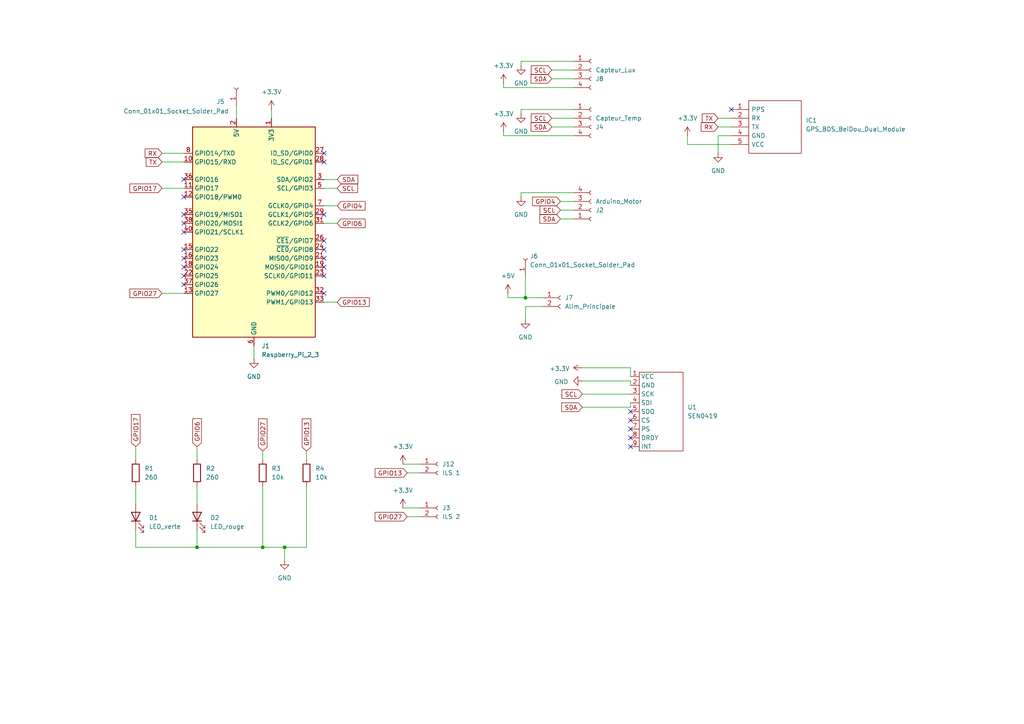
<source format=kicad_sch>
(kicad_sch (version 20231120) (generator "eeschema") (generator_version "8.0")
  (paper "A4")
  (lib_symbols
    (symbol "Conn_01x02_Socket_5v_IN_1" (pin_names (offset 1.016) hide)
      (property "Reference" "J7" (at 1.27 0.0001 0))
      (property "Value" "Conn_01x02_Socket_5v_IN" (at 1.27 -2.5399 0))
      (symbol "Conn_01x02_Socket_5v_IN_1_1_1"
        (arc (start 0 -2.032) (mid -0.5058 -2.54) (end 0 -3.048) (stroke (width 0.1524)))
        (polyline (pts (xy -1.27 -2.54) (xy -0.508 -2.54)) (stroke (width 0.1524)))
        (polyline (pts (xy -1.27 0) (xy -0.508 0)) (stroke (width 0.1524)))
        (arc (start 0 0.508) (mid -0.5058 0) (end 0 -0.508) (stroke (width 0.1524)))
        (pin passive line (at -5.08 0 0) (length 3.81) (name "Pin_1") (number "1"))
        (pin power_out line (at -5.08 -2.54 0) (length 3.81) (name "Pin_2") (number "2"))
      )
    )
    (symbol "Conn_01x04_Socket_1" (pin_names (offset 1.016) hide)
      (property "Reference" "J4" (at 1.27 0.0001 0))
      (property "Value" "Capteur_Temp" (at 1.27 -2.5399 0))
      (symbol "Conn_01x04_Socket_1_1_1"
        (arc (start 0 -4.572) (mid -0.5058 -5.08) (end 0 -5.588) (stroke (width 0.1524)))
        (arc (start 0 -2.032) (mid -0.5058 -2.54) (end 0 -3.048) (stroke (width 0.1524)))
        (polyline (pts (xy -1.27 -5.08) (xy -0.508 -5.08)) (stroke (width 0.1524)))
        (polyline (pts (xy -1.27 -2.54) (xy -0.508 -2.54)) (stroke (width 0.1524)))
        (polyline (pts (xy -1.27 0) (xy -0.508 0)) (stroke (width 0.1524)))
        (polyline (pts (xy -1.27 2.54) (xy -0.508 2.54)) (stroke (width 0.1524)))
        (arc (start 0 0.508) (mid -0.5058 0) (end 0 -0.508) (stroke (width 0.1524)))
        (arc (start 0 3.048) (mid -0.5058 2.54) (end 0 2.032) (stroke (width 0.1524)))
        (pin passive line (at -5.08 -5.08 0) (length 3.81) (name "Pin_1") (number "1"))
        (pin passive line (at -5.08 -2.54 0) (length 3.81) (name "Pin_2") (number "2"))
        (pin passive line (at -5.08 0 0) (length 3.81) (name "Pin_3") (number "3"))
        (pin passive line (at -5.08 2.54 0) (length 3.81) (name "Pin_4") (number "4"))
      )
    )
    (symbol "Connector:Conn_01x04_Socket" (pin_names (offset 1.016) hide)
      (property "Reference" "J" (at 0 5.08 0))
      (property "Value" "Conn_01x04_Socket" (at 0 -7.62 0))
      (symbol "Conn_01x04_Socket_1_1"
        (arc (start 0 -4.572) (mid -0.5058 -5.08) (end 0 -5.588) (stroke (width 0.1524)))
        (arc (start 0 -2.032) (mid -0.5058 -2.54) (end 0 -3.048) (stroke (width 0.1524)))
        (polyline (pts (xy -1.27 -5.08) (xy -0.508 -5.08)) (stroke (width 0.1524)))
        (polyline (pts (xy -1.27 -2.54) (xy -0.508 -2.54)) (stroke (width 0.1524)))
        (polyline (pts (xy -1.27 0) (xy -0.508 0)) (stroke (width 0.1524)))
        (polyline (pts (xy -1.27 2.54) (xy -0.508 2.54)) (stroke (width 0.1524)))
        (arc (start 0 0.508) (mid -0.5058 0) (end 0 -0.508) (stroke (width 0.1524)))
        (arc (start 0 3.048) (mid -0.5058 2.54) (end 0 2.032) (stroke (width 0.1524)))
        (pin passive line (at -5.08 2.54 0) (length 3.81) (name "Pin_1") (number "1"))
        (pin passive line (at -5.08 0 0) (length 3.81) (name "Pin_2") (number "2"))
        (pin passive line (at -5.08 -2.54 0) (length 3.81) (name "Pin_3") (number "3"))
        (pin passive line (at -5.08 -5.08 0) (length 3.81) (name "Pin_4") (number "4"))
      )
    )
    (symbol "Connector:Raspberry_Pi_2_3"
      (property "Reference" "J1" (at 2.1941 -33.02 0))
      (property "Value" "Raspberry_Pi_2_3" (at 2.1941 -35.56 0))
      (symbol "Raspberry_Pi_2_3_0_1"
        (rectangle (start -17.78 30.48) (end 17.78 -30.48) (stroke (width 0.254)) (fill (type background)))
      )
      (symbol "Raspberry_Pi_2_3_1_1"
        (pin power_out line (at 5.08 33.02 270) (length 2.54) (name "3V3") (number "1"))
        (pin bidirectional line (at -20.32 20.32 0) (length 2.54) (name "GPIO15/RXD") (number "10"))
        (pin bidirectional line (at -20.32 12.7 0) (length 2.54) (name "GPIO17") (number "11"))
        (pin bidirectional line (at -20.32 10.16 0) (length 2.54) (name "GPIO18/PWM0") (number "12"))
        (pin bidirectional line (at -20.32 -17.78 0) (length 2.54) (name "GPIO27") (number "13"))
        (pin passive line (at 0 -33.02 90) (length 2.54) hide (name "GND") (number "14"))
        (pin bidirectional line (at -20.32 -5.08 0) (length 2.54) (name "GPIO22") (number "15"))
        (pin bidirectional line (at -20.32 -7.62 0) (length 2.54) (name "GPIO23") (number "16"))
        (pin passive line (at 5.08 33.02 270) (length 2.54) hide (name "3V3") (number "17"))
        (pin bidirectional line (at -20.32 -10.16 0) (length 2.54) (name "GPIO24") (number "18"))
        (pin bidirectional line (at 20.32 -10.16 180) (length 2.54) (name "MOSI0/GPIO10") (number "19"))
        (pin power_in line (at -5.08 33.02 270) (length 2.54) (name "5V") (number "2"))
        (pin passive line (at 0 -33.02 90) (length 2.54) hide (name "GND") (number "20"))
        (pin bidirectional line (at 20.32 -7.62 180) (length 2.54) (name "MISO0/GPIO9") (number "21"))
        (pin bidirectional line (at -20.32 -12.7 0) (length 2.54) (name "GPIO25") (number "22"))
        (pin bidirectional line (at 20.32 -12.7 180) (length 2.54) (name "SCLK0/GPIO11") (number "23"))
        (pin bidirectional line (at 20.32 -5.08 180) (length 2.54) (name "~{CE0}/GPIO8") (number "24"))
        (pin passive line (at 0 -33.02 90) (length 2.54) hide (name "GND") (number "25"))
        (pin bidirectional line (at 20.32 -2.54 180) (length 2.54) (name "~{CE1}/GPIO7") (number "26"))
        (pin bidirectional line (at 20.32 22.86 180) (length 2.54) (name "ID_SD/GPIO0") (number "27"))
        (pin bidirectional line (at 20.32 20.32 180) (length 2.54) (name "ID_SC/GPIO1") (number "28"))
        (pin bidirectional line (at 20.32 5.08 180) (length 2.54) (name "GCLK1/GPIO5") (number "29"))
        (pin bidirectional line (at 20.32 15.24 180) (length 2.54) (name "SDA/GPIO2") (number "3"))
        (pin passive line (at 0 -33.02 90) (length 2.54) hide (name "GND") (number "30"))
        (pin bidirectional line (at 20.32 2.54 180) (length 2.54) (name "GCLK2/GPIO6") (number "31"))
        (pin bidirectional line (at 20.32 -17.78 180) (length 2.54) (name "PWM0/GPIO12") (number "32"))
        (pin bidirectional line (at 20.32 -20.32 180) (length 2.54) (name "PWM1/GPIO13") (number "33"))
        (pin passive line (at 0 -33.02 90) (length 2.54) hide (name "GND") (number "34"))
        (pin bidirectional line (at -20.32 5.08 0) (length 2.54) (name "GPIO19/MISO1") (number "35"))
        (pin bidirectional line (at -20.32 15.24 0) (length 2.54) (name "GPIO16") (number "36"))
        (pin bidirectional line (at -20.32 -15.24 0) (length 2.54) (name "GPIO26") (number "37"))
        (pin bidirectional line (at -20.32 2.54 0) (length 2.54) (name "GPIO20/MOSI1") (number "38"))
        (pin passive line (at 0 -33.02 90) (length 2.54) hide (name "GND") (number "39"))
        (pin passive line (at -5.08 33.02 270) (length 2.54) hide (name "5V") (number "4"))
        (pin bidirectional line (at -20.32 0 0) (length 2.54) (name "GPIO21/SCLK1") (number "40"))
        (pin bidirectional line (at 20.32 12.7 180) (length 2.54) (name "SCL/GPIO3") (number "5"))
        (pin power_in line (at 0 -33.02 90) (length 2.54) (name "GND") (number "6"))
        (pin bidirectional line (at 20.32 7.62 180) (length 2.54) (name "GCLK0/GPIO4") (number "7"))
        (pin bidirectional line (at -20.32 22.86 0) (length 2.54) (name "GPIO14/TXD") (number "8"))
        (pin passive line (at 0 -33.02 90) (length 2.54) hide (name "GND") (number "9"))
      )
    )
    (symbol "Device:LED" (pin_numbers hide) (pin_names (offset 1.016) hide)
      (property "Reference" "D" (at 0 2.54 0))
      (property "Value" "LED" (at 0 -2.54 0))
      (symbol "LED_0_1"
        (polyline (pts (xy -1.27 -1.27) (xy -1.27 1.27)) (stroke (width 0.254)))
        (polyline (pts (xy -1.27 0) (xy 1.27 0)))
        (polyline (pts (xy 1.27 -1.27) (xy 1.27 1.27) (xy -1.27 0) (xy 1.27 -1.27)) (stroke (width 0.254)))
        (polyline (pts (xy -3.048 -0.762) (xy -4.572 -2.286) (xy -3.81 -2.286) (xy -4.572 -2.286) (xy -4.572 -1.524)))
        (polyline (pts (xy -1.778 -0.762) (xy -3.302 -2.286) (xy -2.54 -2.286) (xy -3.302 -2.286) (xy -3.302 -1.524)))
      )
      (symbol "LED_1_1"
        (pin passive line (at -3.81 0 0) (length 2.54) (name "K") (number "1"))
        (pin passive line (at 3.81 0 180) (length 2.54) (name "A") (number "2"))
      )
    )
    (symbol "Device:R" (pin_numbers hide) (pin_names (offset 0))
      (property "Reference" "R" (at 2.032 0 90))
      (property "Value" "R" (at 0 0 90))
      (symbol "R_0_1"
        (rectangle (start -1.016 -2.54) (end 1.016 2.54) (stroke (width 0.254)))
      )
      (symbol "R_1_1"
        (pin passive line (at 0 3.81 270) (length 1.27) (name "~") (number "1"))
        (pin passive line (at 0 -3.81 90) (length 1.27) (name "~") (number "2"))
      )
    )
    (symbol "Kosmos_4.0_motor:Conn_01x01_Socket_Solder_Pad" (pin_names (offset 1.016) hide)
      (property "Reference" "J" (at 0 2.54 0))
      (property "Value" "Conn_01x01_Socket_Solder_Pad" (at 0 -2.54 0))
      (symbol "Conn_01x01_Socket_Solder_Pad_1_1"
        (polyline (pts (xy -1.27 0) (xy -0.508 0)) (stroke (width 0.1524)))
        (arc (start 0 0.508) (mid -0.5058 0) (end 0 -0.508) (stroke (width 0.1524)))
        (pin power_out line (at -5.08 0 0) (length 3.81) (name "Pin_1") (number "1"))
      )
    )
    (symbol "Kosmos_4.0_motor:Conn_01x02_Socket_5v_IN" (pin_names (offset 1.016) hide)
      (property "Reference" "J3" (at 1.27 0.0001 0))
      (property "Value" "Conn_01x02_Socket_5v_IN" (at 1.27 -2.5399 0))
      (symbol "Conn_01x02_Socket_5v_IN_1_1"
        (arc (start 0 -2.032) (mid -0.5058 -2.54) (end 0 -3.048) (stroke (width 0.1524)))
        (polyline (pts (xy -1.27 -2.54) (xy -0.508 -2.54)) (stroke (width 0.1524)))
        (polyline (pts (xy -1.27 0) (xy -0.508 0)) (stroke (width 0.1524)))
        (arc (start 0 0.508) (mid -0.5058 0) (end 0 -0.508) (stroke (width 0.1524)))
        (pin passive line (at -5.08 0 0) (length 3.81) (name "Pin_1") (number "1"))
        (pin passive line (at -5.08 -2.54 0) (length 3.81) (name "Pin_2") (number "2"))
      )
    )
    (symbol "Kosmos_4.0_motor:GPS_BDS_BeiDou_Dual_Module" (pin_names (offset 0.762))
      (property "Reference" "IC1" (at 21.59 1.9051 0))
      (property "Value" "GPS_BDS_BeiDou_Dual_Module" (at 21.59 -0.6349 0))
      (symbol "GPS_BDS_BeiDou_Dual_Module_0_1"
        (polyline (pts (xy 5.08 7.62) (xy 20.32 7.62) (xy 20.32 -7.62) (xy 5.08 -7.62) (xy 5.08 7.62)) (stroke (width 0.1524)))
      )
      (symbol "GPS_BDS_BeiDou_Dual_Module_1_0"
        (pin passive line (at 0 5.08 0) (length 5.08) (name "PPS") (number "1"))
        (pin passive line (at 0 2.54 0) (length 5.08) (name "RX") (number "2"))
        (pin passive line (at 0 0 0) (length 5.08) (name "TX") (number "3"))
        (pin passive line (at 0 -2.54 0) (length 5.08) (name "GND") (number "4"))
        (pin passive line (at 0 -5.08 0) (length 5.08) (name "VCC") (number "5"))
      )
    )
    (symbol "SEN0419:SEN0419"
      (property "Reference" "U" (at 6.35 24.13 0))
      (property "Value" "SEN0419" (at 3.81 -2.54 0))
      (symbol "SEN0419_0_1"
        (rectangle (start 0 22.86) (end 12.7 0) (stroke (width 0.1524)))
      )
      (symbol "SEN0419_1_1"
        (pin power_in line (at -2.54 21.59 0) (length 2.54) (name "VCC") (number "1"))
        (pin power_out line (at -2.54 19.05 0) (length 2.54) (name "GND") (number "2"))
        (pin bidirectional line (at -2.54 16.51 0) (length 2.54) (name "SCK") (number "3"))
        (pin bidirectional line (at -2.54 13.97 0) (length 2.54) (name "SDI") (number "4"))
        (pin bidirectional line (at -2.54 11.43 0) (length 2.54) (name "SDO") (number "5"))
        (pin bidirectional line (at -2.54 8.89 0) (length 2.54) (name "CS") (number "6"))
        (pin bidirectional line (at -2.54 6.35 0) (length 2.54) (name "PS") (number "7"))
        (pin bidirectional line (at -2.54 3.81 0) (length 2.54) (name "DRDY") (number "8"))
        (pin bidirectional line (at -2.54 1.27 0) (length 2.54) (name "INT") (number "9"))
      )
    )
    (symbol "power:+3.3V" (power) (pin_numbers hide) (pin_names (offset 0) hide)
      (property "Value" "+3.3V" (at 0 3.556 0))
      (symbol "+3.3V_0_1"
        (polyline (pts (xy -0.762 1.27) (xy 0 2.54)))
        (polyline (pts (xy 0 0) (xy 0 2.54)))
        (polyline (pts (xy 0 2.54) (xy 0.762 1.27)))
      )
      (symbol "+3.3V_1_1"
        (pin power_in line (at 0 0 90) (length 0) (name "~") (number "1"))
      )
    )
    (symbol "power:+5V" (power) (pin_numbers hide) (pin_names (offset 0) hide)
      (property "Value" "+5V" (at 0 3.556 0))
      (symbol "+5V_0_1"
        (polyline (pts (xy -0.762 1.27) (xy 0 2.54)))
        (polyline (pts (xy 0 0) (xy 0 2.54)))
        (polyline (pts (xy 0 2.54) (xy 0.762 1.27)))
      )
      (symbol "+5V_1_1"
        (pin power_in line (at 0 0 90) (length 0) (name "~") (number "1"))
      )
    )
    (symbol "power:GND" (power) (pin_numbers hide) (pin_names (offset 0) hide)
      (property "Value" "GND" (at 0 -3.81 0))
      (symbol "GND_0_1"
        (polyline (pts (xy 0 0) (xy 0 -1.27) (xy 1.27 -1.27) (xy 0 -2.54) (xy -1.27 -1.27) (xy 0 -1.27)))
      )
      (symbol "GND_1_1"
        (pin power_in line (at 0 0 270) (length 0) (name "~") (number "1"))
      )
    )
  )
  (junction (at 76.2 158.75))
  (junction (at 82.55 158.75))
  (junction (at 57.15 158.75))
  (junction (at 152.4 86.36))
  (no_connect (at 93.98 74.93))
  (no_connect (at 93.98 72.39))
  (no_connect (at 93.98 80.01))
  (no_connect (at 53.34 64.77))
  (no_connect (at 182.88 119.38))
  (no_connect (at 182.88 124.46))
  (no_connect (at 182.88 127))
  (no_connect (at 53.34 80.01))
  (no_connect (at 182.88 121.92))
  (no_connect (at 53.34 74.93))
  (no_connect (at 93.98 44.45))
  (no_connect (at 93.98 69.85))
  (no_connect (at 53.34 72.39))
  (no_connect (at 93.98 85.09))
  (no_connect (at 93.98 77.47))
  (no_connect (at 53.34 77.47))
  (no_connect (at 53.34 57.15))
  (no_connect (at 212.09 31.75))
  (no_connect (at 93.98 62.23))
  (no_connect (at 182.88 129.54))
  (no_connect (at 53.34 67.31))
  (no_connect (at 53.34 52.07))
  (no_connect (at 93.98 46.99))
  (no_connect (at 53.34 82.55))
  (no_connect (at 53.34 62.23))
  (wire (pts (xy 151.13 57.15) (xy 151.13 55.88)))
  (wire (pts (xy 151.13 17.78) (xy 166.37 17.78)))
  (wire (pts (xy 199.39 41.91) (xy 199.39 39.37)))
  (wire (pts (xy 93.98 52.07) (xy 97.79 52.07)))
  (wire (pts (xy 212.09 41.91) (xy 199.39 41.91)))
  (wire (pts (xy 151.13 55.88) (xy 166.37 55.88)))
  (wire (pts (xy 93.98 59.69) (xy 97.79 59.69)))
  (wire (pts (xy 57.15 158.75) (xy 76.2 158.75)))
  (wire (pts (xy 118.11 149.86) (xy 121.92 149.86)))
  (wire (pts (xy 82.55 158.75) (xy 88.9 158.75)))
  (wire (pts (xy 46.99 46.99) (xy 53.34 46.99)))
  (wire (pts (xy 160.02 22.86) (xy 166.37 22.86)))
  (wire (pts (xy 93.98 54.61) (xy 97.79 54.61)))
  (wire (pts (xy 162.56 63.5) (xy 166.37 63.5)))
  (wire (pts (xy 76.2 158.75) (xy 82.55 158.75)))
  (wire (pts (xy 151.13 31.75) (xy 151.13 33.02)))
  (wire (pts (xy 182.88 118.11) (xy 182.88 116.84)))
  (wire (pts (xy 39.37 129.54) (xy 39.37 133.35)))
  (wire (pts (xy 208.28 39.37) (xy 208.28 44.45)))
  (wire (pts (xy 151.13 31.75) (xy 166.37 31.75)))
  (wire (pts (xy 168.91 106.68) (xy 182.88 106.68)))
  (wire (pts (xy 118.11 137.16) (xy 121.92 137.16)))
  (wire (pts (xy 182.88 106.68) (xy 182.88 109.22)))
  (wire (pts (xy 147.32 85.09) (xy 147.32 86.36)))
  (wire (pts (xy 88.9 133.35) (xy 88.9 130.81)))
  (wire (pts (xy 93.98 64.77) (xy 97.79 64.77)))
  (wire (pts (xy 152.4 86.36) (xy 157.48 86.36)))
  (wire (pts (xy 168.91 118.11) (xy 182.88 118.11)))
  (wire (pts (xy 160.02 20.32) (xy 166.37 20.32)))
  (wire (pts (xy 162.56 60.96) (xy 166.37 60.96)))
  (wire (pts (xy 78.74 31.75) (xy 78.74 34.29)))
  (wire (pts (xy 76.2 140.97) (xy 76.2 158.75)))
  (wire (pts (xy 152.4 92.71) (xy 152.4 88.9)))
  (wire (pts (xy 168.91 110.49) (xy 182.88 110.49)))
  (wire (pts (xy 46.99 54.61) (xy 53.34 54.61)))
  (wire (pts (xy 76.2 130.81) (xy 76.2 133.35)))
  (wire (pts (xy 73.66 100.33) (xy 73.66 104.14)))
  (wire (pts (xy 146.05 25.4) (xy 166.37 25.4)))
  (wire (pts (xy 162.56 58.42) (xy 166.37 58.42)))
  (wire (pts (xy 208.28 34.29) (xy 212.09 34.29)))
  (wire (pts (xy 160.02 34.29) (xy 166.37 34.29)))
  (wire (pts (xy 82.55 162.56) (xy 82.55 158.75)))
  (wire (pts (xy 57.15 140.97) (xy 57.15 146.05)))
  (wire (pts (xy 146.05 39.37) (xy 146.05 38.1)))
  (wire (pts (xy 146.05 25.4) (xy 146.05 24.13)))
  (wire (pts (xy 146.05 39.37) (xy 166.37 39.37)))
  (wire (pts (xy 68.58 30.48) (xy 68.58 34.29)))
  (wire (pts (xy 168.91 114.3) (xy 182.88 114.3)))
  (wire (pts (xy 212.09 39.37) (xy 208.28 39.37)))
  (wire (pts (xy 116.84 134.62) (xy 121.92 134.62)))
  (wire (pts (xy 116.84 147.32) (xy 121.92 147.32)))
  (wire (pts (xy 152.4 80.01) (xy 152.4 86.36)))
  (wire (pts (xy 57.15 129.54) (xy 57.15 133.35)))
  (wire (pts (xy 46.99 44.45) (xy 53.34 44.45)))
  (wire (pts (xy 39.37 158.75) (xy 57.15 158.75)))
  (wire (pts (xy 39.37 153.67) (xy 39.37 158.75)))
  (wire (pts (xy 93.98 87.63) (xy 97.79 87.63)))
  (wire (pts (xy 147.32 86.36) (xy 152.4 86.36)))
  (wire (pts (xy 182.88 110.49) (xy 182.88 111.76)))
  (wire (pts (xy 57.15 153.67) (xy 57.15 158.75)))
  (wire (pts (xy 46.99 85.09) (xy 53.34 85.09)))
  (wire (pts (xy 152.4 88.9) (xy 157.48 88.9)))
  (wire (pts (xy 88.9 140.97) (xy 88.9 158.75)))
  (wire (pts (xy 208.28 36.83) (xy 212.09 36.83)))
  (wire (pts (xy 39.37 140.97) (xy 39.37 146.05)))
  (wire (pts (xy 151.13 17.78) (xy 151.13 19.05)))
  (wire (pts (xy 160.02 36.83) (xy 166.37 36.83)))
  (global_label "GPIO13" (shape input) (at 97.79 87.63 0) (property "Intersheetrefs" "${INTERSHEET_REFS}" (effects (hide yes))))
  (global_label "GPIO4" (shape input) (at 97.79 59.69 0) (property "Intersheetrefs" "${INTERSHEET_REFS}" (effects (hide yes))))
  (global_label "SDA" (shape input) (at 97.79 52.07 0) (property "Intersheetrefs" "${INTERSHEET_REFS}" (effects (hide yes))))
  (global_label "RX" (shape input) (at 46.99 44.45 180) (property "Intersheetrefs" "${INTERSHEET_REFS}" (effects (hide yes))))
  (global_label "TX" (shape input) (at 208.28 34.29 180) (property "Intersheetrefs" "${INTERSHEET_REFS}" (effects (hide yes))))
  (global_label "RX" (shape input) (at 208.28 36.83 180) (property "Intersheetrefs" "${INTERSHEET_REFS}" (effects (hide yes))))
  (global_label "GPIO4" (shape input) (at 162.56 58.42 180) (property "Intersheetrefs" "${INTERSHEET_REFS}" (effects (hide yes))))
  (global_label "GPIO6" (shape input) (at 97.79 64.77 0) (property "Intersheetrefs" "${INTERSHEET_REFS}" (effects (hide yes))))
  (global_label "SCL" (shape input) (at 160.02 20.32 180) (property "Intersheetrefs" "${INTERSHEET_REFS}" (effects (hide yes))))
  (global_label "SDA" (shape input) (at 160.02 36.83 180) (property "Intersheetrefs" "${INTERSHEET_REFS}" (effects (hide yes))))
  (global_label "TX" (shape input) (at 46.99 46.99 180) (property "Intersheetrefs" "${INTERSHEET_REFS}" (effects (hide yes))))
  (global_label "SCL" (shape input) (at 162.56 60.96 180) (property "Intersheetrefs" "${INTERSHEET_REFS}" (effects (hide yes))))
  (global_label "GPIO17" (shape input) (at 39.37 129.54 90) (property "Intersheetrefs" "${INTERSHEET_REFS}" (effects (hide yes))))
  (global_label "GPIO27" (shape input) (at 118.11 149.86 180) (property "Intersheetrefs" "${INTERSHEET_REFS}" (effects (hide yes))))
  (global_label "GPIO6" (shape input) (at 57.15 129.54 90) (property "Intersheetrefs" "${INTERSHEET_REFS}" (effects (hide yes))))
  (global_label "GPIO13" (shape input) (at 118.11 137.16 180) (property "Intersheetrefs" "${INTERSHEET_REFS}" (effects (hide yes))))
  (global_label "GPIO27" (shape input) (at 46.99 85.09 180) (property "Intersheetrefs" "${INTERSHEET_REFS}" (effects (hide yes))))
  (global_label "GPIO17" (shape input) (at 46.99 54.61 180) (property "Intersheetrefs" "${INTERSHEET_REFS}" (effects (hide yes))))
  (global_label "SDA" (shape input) (at 160.02 22.86 180) (property "Intersheetrefs" "${INTERSHEET_REFS}" (effects (hide yes))))
  (global_label "SDA" (shape input) (at 168.91 118.11 180) (property "Intersheetrefs" "${INTERSHEET_REFS}" (effects (hide yes))))
  (global_label "SCL" (shape input) (at 97.79 54.61 0) (property "Intersheetrefs" "${INTERSHEET_REFS}" (effects (hide yes))))
  (global_label "SCL" (shape input) (at 160.02 34.29 180) (property "Intersheetrefs" "${INTERSHEET_REFS}" (effects (hide yes))))
  (global_label "GPIO27" (shape input) (at 76.2 130.81 90) (property "Intersheetrefs" "${INTERSHEET_REFS}" (effects (hide yes))))
  (global_label "GPIO13" (shape input) (at 88.9 130.81 90) (property "Intersheetrefs" "${INTERSHEET_REFS}" (effects (hide yes))))
  (global_label "SCL" (shape input) (at 168.91 114.3 180) (property "Intersheetrefs" "${INTERSHEET_REFS}" (effects (hide yes))))
  (global_label "SDA" (shape input) (at 162.56 63.5 180) (property "Intersheetrefs" "${INTERSHEET_REFS}" (effects (hide yes))))
  (symbol (lib_id "power:+3.3V") (at 168.91 106.68 90) (unit 1)
    (property "Reference" "#PWR013" (effects (hide yes)))
    (property "Value" "+3.3V" (at 162.306 106.934 90))
    (property "Description" "Power symbol creates a global label with name \"+3.3V\"" (effects (hide yes)))
  )
  (symbol (lib_id "power:GND") (at 151.13 57.15 0) (unit 1)
    (property "Reference" "#PWR07" (effects (hide yes)))
    (property "Value" "GND" (at 151.13 62.23 0))
    (property "Description" "Power symbol creates a global label with name \"GND\" , ground" (effects (hide yes)))
  )
  (symbol (lib_id "Device:R") (at 57.15 137.16 0) (unit 1)
    (property "Reference" "R2" (at 59.69 135.8899 0) (effects (justify left)))
    (property "Value" "260" (at 59.69 138.4299 0) (effects (justify left)))
    (property "Footprint" "Library_komsos:R_Axial_DIN0207_L6.3mm_D2.5mm_P10.16mm_Horizontal_v2.2mm" (effects (hide yes)))
    (property "Description" "Resistor" (effects (hide yes)))
  )
  (symbol (lib_id "Kosmos_4.0_motor:Conn_01x02_Socket_5v_IN") (at 127 134.62 0) (unit 1)
    (property "Reference" "J12" (at 128.27 134.6199 0) (effects (justify left)))
    (property "Value" "ILS 1" (at 128.27 137.1599 0) (effects (justify left)))
    (property "Footprint" "Connector_JST:JST_EH_S2B-EH_1x02_P2.50mm_Horizontal" (effects (hide yes)))
    (property "Description" "Generic connector, single row, 01x02, script generated" (effects (hide yes)))
  )
  (symbol (lib_id "Device:R") (at 39.37 137.16 0) (unit 1)
    (property "Reference" "R1" (at 41.91 135.8899 0) (effects (justify left)))
    (property "Value" "260" (at 41.91 138.4299 0) (effects (justify left)))
    (property "Footprint" "Library_komsos:R_Axial_DIN0207_L6.3mm_D2.5mm_P10.16mm_Horizontal_v2.2mm" (effects (hide yes)))
    (property "Description" "Resistor" (effects (hide yes)))
  )
  (symbol (lib_id "power:GND") (at 151.13 33.02 0) (unit 1)
    (property "Reference" "#PWR02" (effects (hide yes)))
    (property "Value" "GND" (at 151.13 38.1 0))
    (property "Description" "Power symbol creates a global label with name \"GND\" , ground" (effects (hide yes)))
  )
  (symbol (lib_id "power:+3.3V") (at 199.39 39.37 0) (unit 1)
    (property "Reference" "#PWR014" (effects (hide yes)))
    (property "Value" "+3.3V" (at 199.39 34.29 0))
    (property "Description" "Power symbol creates a global label with name \"+3.3V\"" (effects (hide yes)))
  )
  (symbol (lib_id "power:+5V") (at 147.32 85.09 0) (unit 1)
    (property "Reference" "#PWR03" (effects (hide yes)))
    (property "Value" "+5V" (at 147.32 80.01 0))
    (property "Description" "Power symbol creates a global label with name \"+5V\"" (effects (hide yes)))
  )
  (symbol (lib_id "Device:LED") (at 39.37 149.86 90) (unit 1)
    (property "Reference" "D1" (at 43.18 150.1774 90) (effects (justify right)))
    (property "Value" "LED_verte" (at 43.18 152.7174 90) (effects (justify right)))
    (property "Footprint" "Library_komsos:LED_D5.0mm_v2.2mm" (effects (hide yes)))
    (property "Description" "Light emitting diode" (effects (hide yes)))
  )
  (symbol (lib_id "Device:R") (at 88.9 137.16 0) (unit 1)
    (property "Reference" "R4" (at 91.44 135.8899 0) (effects (justify left)))
    (property "Value" "10k" (at 91.44 138.4299 0) (effects (justify left)))
    (property "Footprint" "Library_komsos:R_Axial_DIN0207_L6.3mm_D2.5mm_P10.16mm_Horizontal_v2.2mm" (effects (hide yes)))
    (property "Description" "Resistor" (effects (hide yes)))
  )
  (symbol (lib_id "power:GND") (at 151.13 19.05 0) (unit 1)
    (property "Reference" "#PWR010" (effects (hide yes)))
    (property "Value" "GND" (at 151.13 24.13 0))
    (property "Description" "Power symbol creates a global label with name \"GND\" , ground" (effects (hide yes)))
  )
  (symbol (lib_id "power:GND") (at 152.4 92.71 0) (unit 1)
    (property "Reference" "#PWR018" (effects (hide yes)))
    (property "Value" "GND" (at 152.4 97.79 0))
    (property "Description" "Power symbol creates a global label with name \"GND\" , ground" (effects (hide yes)))
  )
  (symbol (lib_id "Device:R") (at 76.2 137.16 0) (unit 1)
    (property "Reference" "R3" (at 78.74 135.8899 0) (effects (justify left)))
    (property "Value" "10k" (at 78.74 138.4299 0) (effects (justify left)))
    (property "Footprint" "Library_komsos:R_Axial_DIN0207_L6.3mm_D2.5mm_P10.16mm_Horizontal_v2.2mm" (effects (hide yes)))
    (property "Description" "Resistor" (effects (hide yes)))
  )
  (symbol (lib_name "Conn_01x04_Socket_1") (lib_id "Connector:Conn_01x04_Socket") (at 171.45 36.83 0) (mirror x) (unit 1)
    (property "Reference" "J4" (at 172.72 36.8301 0) (effects (justify left)))
    (property "Value" "Capteur_Temp" (at 172.72 34.2901 0) (effects (justify left)))
    (property "Footprint" "Library_komsos:JST_EH_S4B-EH_1x04_P2.50mm_Horizontal_kosmos" (effects (hide yes)))
    (property "Description" "Generic connector, single row, 01x04, script generated" (effects (hide yes)))
  )
  (symbol (lib_id "Kosmos_4.0_motor:Conn_01x01_Socket_Solder_Pad") (at 68.58 25.4 90) (unit 1)
    (property "Reference" "J5" (at 62.738 29.464 90) (effects (justify right)))
    (property "Value" "Conn_01x01_Socket_Solder_Pad" (at 35.814 32.258 90) (effects (justify right)))
    (property "Footprint" "Library_komsos:TestPoint_Pad_4.0x4.0mm_KOSMOS" (effects (hide yes)))
    (property "Description" "Generic connector, single row, 01x01, script generated" (effects (hide yes)))
  )
  (symbol (lib_id "power:+3.3V") (at 116.84 134.62 0) (unit 1)
    (property "Reference" "#PWR08" (effects (hide yes)))
    (property "Value" "+3.3V" (at 116.84 129.54 0))
    (property "Description" "Power symbol creates a global label with name \"+3.3V\"" (effects (hide yes)))
  )
  (symbol (lib_id "Kosmos_4.0_motor:Conn_01x01_Socket_Solder_Pad") (at 152.4 74.93 90) (unit 1)
    (property "Reference" "J6" (at 153.67 74.2949 90) (effects (justify right)))
    (property "Value" "Conn_01x01_Socket_Solder_Pad" (at 153.67 76.8349 90) (effects (justify right)))
    (property "Footprint" "Library_komsos:TestPoint_Pad_4.0x4.0mm_KOSMOS" (effects (hide yes)))
    (property "Description" "Generic connector, single row, 01x01, script generated" (effects (hide yes)))
  )
  (symbol (lib_id "power:GND") (at 168.91 110.49 270) (unit 1)
    (property "Reference" "#PWR017" (effects (hide yes)))
    (property "Value" "GND" (at 162.814 110.744 90))
    (property "Description" "Power symbol creates a global label with name \"GND\" , ground" (effects (hide yes)))
  )
  (symbol (lib_id "power:GND") (at 82.55 162.56 0) (unit 1)
    (property "Reference" "#PWR015" (effects (hide yes)))
    (property "Value" "GND" (at 82.55 167.64 0))
    (property "Description" "Power symbol creates a global label with name \"GND\" , ground" (effects (hide yes)))
  )
  (symbol (lib_name "Conn_01x04_Socket_1") (lib_id "Connector:Conn_01x04_Socket") (at 171.45 22.86 0) (mirror x) (unit 1)
    (property "Reference" "J8" (at 172.72 22.8601 0) (effects (justify left)))
    (property "Value" "Capteur_Lux" (at 172.72 20.3201 0) (effects (justify left)))
    (property "Footprint" "Library_komsos:JST_EH_S4B-EH_1x04_P2.50mm_Horizontal_kosmos" (effects (hide yes)))
    (property "Description" "Generic connector, single row, 01x04, script generated" (effects (hide yes)))
  )
  (symbol (lib_id "power:+3.3V") (at 116.84 147.32 0) (unit 1)
    (property "Reference" "#PWR09" (effects (hide yes)))
    (property "Value" "+3.3V" (at 116.84 142.24 0))
    (property "Description" "Power symbol creates a global label with name \"+3.3V\"" (effects (hide yes)))
  )
  (symbol (lib_id "Device:LED") (at 57.15 149.86 90) (unit 1)
    (property "Reference" "D2" (at 60.96 150.1774 90) (effects (justify right)))
    (property "Value" "LED_rouge" (at 60.96 152.7174 90) (effects (justify right)))
    (property "Footprint" "Library_komsos:LED_D5.0mm_v2.2mm" (effects (hide yes)))
    (property "Description" "Light emitting diode" (effects (hide yes)))
  )
  (symbol (lib_id "power:+3.3V") (at 146.05 38.1 0) (unit 1)
    (property "Reference" "#PWR011" (effects (hide yes)))
    (property "Value" "+3.3V" (at 146.05 33.02 0))
    (property "Description" "Power symbol creates a global label with name \"+3.3V\"" (effects (hide yes)))
  )
  (symbol (lib_id "Connector:Conn_01x04_Socket") (at 171.45 60.96 0) (mirror x) (unit 1)
    (property "Reference" "J2" (at 172.72 60.9601 0) (effects (justify left)))
    (property "Value" "Arduino_Motor" (at 172.72 58.4201 0) (effects (justify left)))
    (property "Footprint" "Library_komsos:JST_EH_S4B-EH_1x04_P2.50mm_Horizontal_kosmos" (effects (hide yes)))
    (property "Description" "Generic connector, single row, 01x04, script generated" (effects (hide yes)))
  )
  (symbol (lib_id "Kosmos_4.0_motor:GPS_BDS_BeiDou_Dual_Module") (at 212.09 36.83 0) (unit 1)
    (property "Reference" "IC1" (at 233.68 34.9249 0) (effects (justify left)))
    (property "Value" "GPS_BDS_BeiDou_Dual_Module" (at 233.68 37.4649 0) (effects (justify left)))
    (property "Footprint" "Library_komsos:GPS_BDS_BeiDou_Dual_Module_v2.2mm" (effects (hide yes)))
  )
  (symbol (lib_id "power:GND") (at 73.66 104.14 0) (unit 1)
    (property "Reference" "#PWR016" (effects (hide yes)))
    (property "Value" "GND" (at 73.66 109.22 0))
    (property "Description" "Power symbol creates a global label with name \"GND\" , ground" (effects (hide yes)))
  )
  (symbol (lib_id "power:+3.3V") (at 78.74 31.75 0) (unit 1)
    (property "Reference" "#PWR06" (effects (hide yes)))
    (property "Value" "+3.3V" (at 78.74 26.67 0))
    (property "Description" "Power symbol creates a global label with name \"+3.3V\"" (effects (hide yes)))
  )
  (symbol (lib_id "Connector:Raspberry_Pi_2_3") (at 73.66 67.31 0) (unit 1)
    (property "Reference" "J1" (at 75.8541 100.33 0) (effects (justify left)))
    (property "Value" "Raspberry_Pi_2_3" (at 75.8541 102.87 0) (effects (justify left)))
    (property "Footprint" "Library_komsos:PinSocket_2x20_P2.54mm_Vertical_pad2.2mm" (effects (hide yes)))
    (property "Datasheet" "https://www.raspberrypi.org/documentation/hardware/raspberrypi/schematics/rpi_SCH_3bplus_1p0_reduced.pdf" (effects (hide yes)))
    (property "Description" "expansion header for Raspberry Pi 2 & 3" (effects (hide yes)))
  )
  (symbol (lib_id "Kosmos_4.0_motor:Conn_01x02_Socket_5v_IN") (at 127 147.32 0) (unit 1)
    (property "Reference" "J3" (at 128.27 147.3199 0) (effects (justify left)))
    (property "Value" "ILS 2" (at 128.27 149.8599 0) (effects (justify left)))
    (property "Footprint" "Library_komsos:JST_EH_S2B-EH_1x02_P2.50mm_Horizontal_kosmos" (effects (hide yes)))
    (property "Description" "Generic connector, single row, 01x02, script generated" (effects (hide yes)))
  )
  (symbol (lib_id "SEN0419:SEN0419") (at 185.42 130.81 0) (unit 1)
    (property "Reference" "U1" (at 199.39 118.1099 0) (effects (justify left)))
    (property "Value" "SEN0419" (at 199.39 120.6499 0) (effects (justify left)))
  )
  (symbol (lib_name "Conn_01x02_Socket_5v_IN_1") (lib_id "Kosmos_4.0_motor:Conn_01x02_Socket_5v_IN") (at 162.56 86.36 0) (unit 1)
    (property "Reference" "J7" (at 163.83 86.3599 0) (effects (justify left)))
    (property "Value" "Alim_Principale" (at 163.83 88.8999 0) (effects (justify left)))
    (property "Footprint" "Library_komsos:TerminalBlock_bornier-2_P5.08mm_v3mm" (effects (hide yes)))
    (property "Description" "Generic connector, single row, 01x02, script generated" (effects (hide yes)))
  )
  (symbol (lib_id "power:GND") (at 208.28 44.45 0) (unit 1)
    (property "Reference" "#PWR01" (effects (hide yes)))
    (property "Value" "GND" (at 208.28 49.53 0))
    (property "Description" "Power symbol creates a global label with name \"GND\" , ground" (effects (hide yes)))
  )
  (symbol (lib_id "power:+3.3V") (at 146.05 24.13 0) (unit 1)
    (property "Reference" "#PWR04" (effects (hide yes)))
    (property "Value" "+3.3V" (at 146.05 19.05 0))
    (property "Description" "Power symbol creates a global label with name \"+3.3V\"" (effects (hide yes)))
  )
)
</source>
